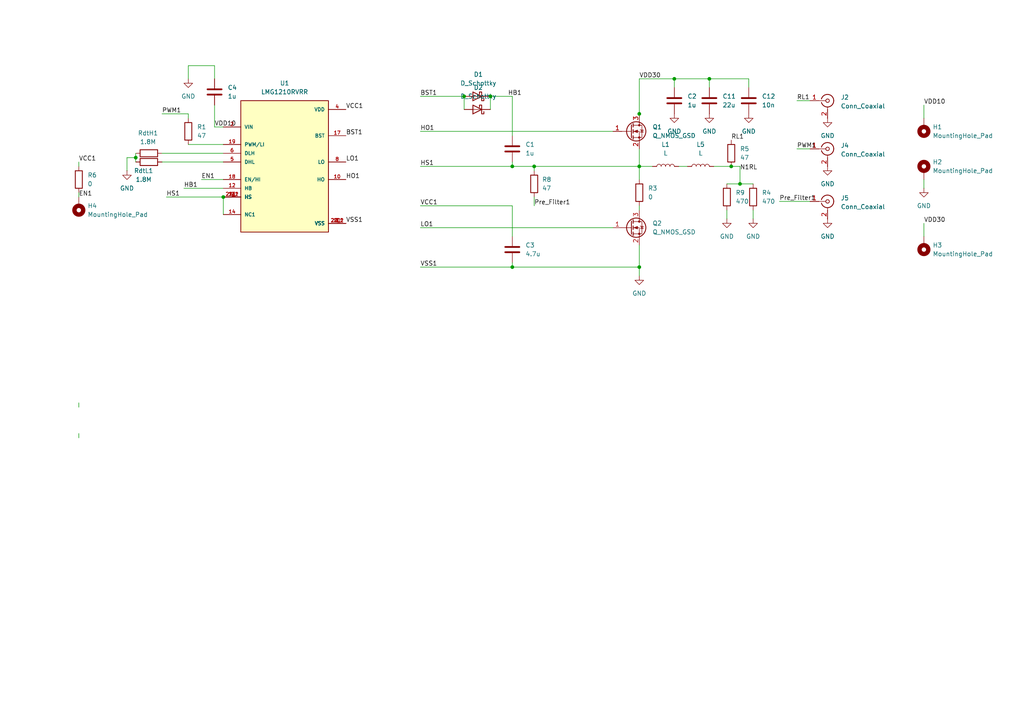
<source format=kicad_sch>
(kicad_sch (version 20231120) (generator "eeschema") (generator_version "8.0")
  (paper "A4")
  (lib_symbols
    (symbol "Connector:Conn_Coaxial" (pin_names (offset 1.016) hide)
      (property "Reference" "J" (at 0.254 3.048 0))
      (property "Value" "Conn_Coaxial" (at 2.921 0 90))
      (symbol "Conn_Coaxial_0_1"
        (arc (start -1.778 -0.508) (mid 0.2311 -1.8066) (end 1.778 0) (stroke (width 0.254)))
        (polyline (pts (xy -2.54 0) (xy -0.508 0)))
        (polyline (pts (xy 0 -2.54) (xy 0 -1.778)))
        (circle (center 0 0) (radius 0.508) (stroke (width 0.2032)))
        (arc (start 1.778 0) (mid 0.2099 1.8101) (end -1.778 0.508) (stroke (width 0.254)))
      )
      (symbol "Conn_Coaxial_1_1"
        (pin passive line (at -5.08 0 0) (length 2.54) (name "In") (number "1"))
        (pin passive line (at 0 -5.08 90) (length 2.54) (name "Ext") (number "2"))
      )
    )
    (symbol "D_Schottky_1" (pin_numbers hide) (pin_names (offset 1.016) hide)
      (property "Reference" "D1" (at -0.3175 -6.35 0))
      (property "Value" "D_Schottky" (at -0.3175 -3.81 0))
      (symbol "D_Schottky_1_0_1"
        (polyline (pts (xy 1.27 0) (xy -1.27 0)))
        (polyline (pts (xy 1.27 1.27) (xy 1.27 -1.27) (xy -1.27 0) (xy 1.27 1.27)) (stroke (width 0.254)))
        (polyline (pts (xy -1.905 0.635) (xy -1.905 1.27) (xy -1.27 1.27) (xy -1.27 -1.27) (xy -0.635 -1.27) (xy -0.635 -0.635)) (stroke (width 0.254)))
      )
      (symbol "D_Schottky_1_1_1"
        (pin passive line (at -3.81 0 0) (length 2.54) (name "K") (number "1"))
        (pin passive line (at 3.81 0 180) (length 2.54) (name "A") (number "3"))
      )
    )
    (symbol "Device:C" (pin_numbers hide) (pin_names (offset 0.254))
      (property "Reference" "C" (at 0.635 2.54 0))
      (property "Value" "C" (at 0.635 -2.54 0))
      (symbol "C_0_1"
        (polyline (pts (xy -2.032 -0.762) (xy 2.032 -0.762)) (stroke (width 0.508)))
        (polyline (pts (xy -2.032 0.762) (xy 2.032 0.762)) (stroke (width 0.508)))
      )
      (symbol "C_1_1"
        (pin passive line (at 0 3.81 270) (length 2.794) (name "~") (number "1"))
        (pin passive line (at 0 -3.81 90) (length 2.794) (name "~") (number "2"))
      )
    )
    (symbol "Device:L" (pin_numbers hide) (pin_names (offset 1.016) hide)
      (property "Reference" "L" (at -1.27 0 90))
      (property "Value" "L" (at 1.905 0 90))
      (symbol "L_0_1"
        (arc (start 0 -2.54) (mid 0.6323 -1.905) (end 0 -1.27))
        (arc (start 0 -1.27) (mid 0.6323 -0.635) (end 0 0))
        (arc (start 0 0) (mid 0.6323 0.635) (end 0 1.27))
        (arc (start 0 1.27) (mid 0.6323 1.905) (end 0 2.54))
      )
      (symbol "L_1_1"
        (pin passive line (at 0 3.81 270) (length 1.27) (name "1") (number "1"))
        (pin passive line (at 0 -3.81 90) (length 1.27) (name "2") (number "2"))
      )
    )
    (symbol "Device:Q_NMOS_GSD" (pin_names (offset 0) hide)
      (property "Reference" "Q" (at 5.08 1.27 0))
      (property "Value" "Q_NMOS_GSD" (at 5.08 -1.27 0))
      (symbol "Q_NMOS_GSD_0_1"
        (polyline (pts (xy 0.254 0) (xy -2.54 0)))
        (polyline (pts (xy 0.254 1.905) (xy 0.254 -1.905)) (stroke (width 0.254)))
        (polyline (pts (xy 0.762 -1.27) (xy 0.762 -2.286)) (stroke (width 0.254)))
        (polyline (pts (xy 0.762 0.508) (xy 0.762 -0.508)) (stroke (width 0.254)))
        (polyline (pts (xy 0.762 2.286) (xy 0.762 1.27)) (stroke (width 0.254)))
        (polyline (pts (xy 2.54 2.54) (xy 2.54 1.778)))
        (polyline (pts (xy 2.54 -2.54) (xy 2.54 0) (xy 0.762 0)))
        (polyline (pts (xy 0.762 -1.778) (xy 3.302 -1.778) (xy 3.302 1.778) (xy 0.762 1.778)))
        (polyline (pts (xy 1.016 0) (xy 2.032 0.381) (xy 2.032 -0.381) (xy 1.016 0)) (fill (type outline)))
        (polyline (pts (xy 2.794 0.508) (xy 2.921 0.381) (xy 3.683 0.381) (xy 3.81 0.254)))
        (polyline (pts (xy 3.302 0.381) (xy 2.921 -0.254) (xy 3.683 -0.254) (xy 3.302 0.381)))
        (circle (center 1.651 0) (radius 2.794) (stroke (width 0.254)))
        (circle (center 2.54 -1.778) (radius 0.254) (fill (type outline)))
        (circle (center 2.54 1.778) (radius 0.254) (fill (type outline)))
      )
      (symbol "Q_NMOS_GSD_1_1"
        (pin input line (at -5.08 0 0) (length 2.54) (name "G") (number "1"))
        (pin passive line (at 2.54 -5.08 90) (length 2.54) (name "S") (number "2"))
        (pin passive line (at 2.54 5.08 270) (length 2.54) (name "D") (number "3"))
      )
    )
    (symbol "Device:R" (pin_numbers hide) (pin_names (offset 0))
      (property "Reference" "R" (at 2.032 0 90))
      (property "Value" "R" (at 0 0 90))
      (symbol "R_0_1"
        (rectangle (start -1.016 -2.54) (end 1.016 2.54) (stroke (width 0.254)))
      )
      (symbol "R_1_1"
        (pin passive line (at 0 3.81 270) (length 1.27) (name "~") (number "1"))
        (pin passive line (at 0 -3.81 90) (length 1.27) (name "~") (number "2"))
      )
    )
    (symbol "LMG1210RVRR:LMG1210RVRR" (pin_names (offset 1.016))
      (property "Reference" "U" (at -12.7 21.082 0))
      (property "Value" "LMG1210RVRR" (at -12.7 -19.05 0))
      (symbol "LMG1210RVRR_0_0"
        (rectangle (start -12.7 -17.78) (end 12.7 20.32) (stroke (width 0.254)) (fill (type background)))
        (pin output line (at 17.78 -2.54 180) (length 5.08) (name "HO") (number "10"))
        (pin input line (at -17.78 -5.08 0) (length 5.08) (name "HB") (number "12"))
        (pin input line (at -17.78 -7.62 0) (length 5.08) (name "HS") (number "13"))
        (pin passive line (at -17.78 -12.7 0) (length 5.08) (name "NC1") (number "14"))
        (pin input line (at -17.78 -7.62 0) (length 5.08) (name "HS") (number "16"))
        (pin output line (at 17.78 10.16 180) (length 5.08) (name "BST") (number "17"))
        (pin input line (at -17.78 -2.54 0) (length 5.08) (name "EN/HI") (number "18"))
        (pin input line (at -17.78 7.62 0) (length 5.08) (name "PWM/LI") (number "19"))
        (pin input line (at -17.78 12.7 0) (length 5.08) (name "VIN") (number "2"))
        (pin power_in line (at 17.78 -15.24 180) (length 5.08) (name "VSS") (number "20"))
        (pin power_in line (at 17.78 -15.24 180) (length 5.08) (name "VSS") (number "20_1"))
        (pin power_in line (at 17.78 -15.24 180) (length 5.08) (name "VSS") (number "20_2"))
        (pin input line (at -17.78 -7.62 0) (length 5.08) (name "HS") (number "21"))
        (pin input line (at -17.78 -7.62 0) (length 5.08) (name "HS") (number "21_1"))
        (pin input line (at -17.78 -7.62 0) (length 5.08) (name "HS") (number "21_2"))
        (pin power_in line (at 17.78 -15.24 180) (length 5.08) (name "VSS") (number "3"))
        (pin power_in line (at 17.78 17.78 180) (length 5.08) (name "VDD") (number "4"))
        (pin input line (at -17.78 2.54 0) (length 5.08) (name "DHL") (number "5"))
        (pin input line (at -17.78 5.08 0) (length 5.08) (name "DLH") (number "6"))
        (pin power_in line (at 17.78 -15.24 180) (length 5.08) (name "VSS") (number "7"))
        (pin output line (at 17.78 2.54 180) (length 5.08) (name "LO") (number "8"))
        (pin input line (at -17.78 -7.62 0) (length 5.08) (name "HS") (number "9"))
      )
    )
    (symbol "Mechanical:MountingHole_Pad" (pin_numbers hide) (pin_names (offset 1.016) hide) (exclude_from_sim yes) (in_bom no)
      (property "Reference" "H" (at 0 6.35 0))
      (property "Value" "MountingHole_Pad" (at 0 4.445 0))
      (symbol "MountingHole_Pad_0_1"
        (circle (center 0 1.27) (radius 1.27) (stroke (width 1.27)))
      )
      (symbol "MountingHole_Pad_1_1"
        (pin input line (at 0 -2.54 90) (length 2.54) (name "1") (number "1"))
      )
    )
    (symbol "power:GND" (power) (pin_numbers hide) (pin_names (offset 0) hide)
      (property "Value" "GND" (at 0 -3.81 0))
      (symbol "GND_0_1"
        (polyline (pts (xy 0 0) (xy 0 -1.27) (xy 1.27 -1.27) (xy 0 -2.54) (xy -1.27 -1.27) (xy 0 -1.27)))
      )
      (symbol "GND_1_1"
        (pin power_in line (at 0 0 270) (length 0) (name "~") (number "1"))
      )
    )
  )
  (junction (at 64.77 57.15))
  (junction (at 148.59 48.26))
  (junction (at 185.42 33.02))
  (junction (at 148.59 77.47))
  (junction (at 154.94 48.26))
  (junction (at 142.24 27.94))
  (junction (at 214.63 53.34))
  (junction (at 212.09 48.26))
  (junction (at 134.62 27.94))
  (junction (at 185.42 77.47))
  (junction (at 185.42 48.26))
  (junction (at 195.58 22.86))
  (junction (at 205.74 22.86))
  (junction (at 39.37 45.72))
  (wire (pts (xy 212.09 48.26) (xy 214.63 48.26)))
  (wire (pts (xy 148.59 48.26) (xy 154.94 48.26)))
  (wire (pts (xy 154.94 48.26) (xy 185.42 48.26)))
  (wire (pts (xy 195.58 22.86) (xy 205.74 22.86)))
  (wire (pts (xy 185.42 43.18) (xy 185.42 48.26)))
  (wire (pts (xy 205.74 22.86) (xy 205.74 25.4)))
  (wire (pts (xy 154.94 57.15) (xy 154.94 59.69)))
  (wire (pts (xy 185.42 22.86) (xy 185.42 33.02)))
  (wire (pts (xy 134.62 27.94) (xy 134.62 31.75)))
  (wire (pts (xy 148.59 27.94) (xy 148.59 39.37)))
  (wire (pts (xy 148.59 68.58) (xy 148.59 59.69)))
  (wire (pts (xy 64.77 36.83) (xy 62.23 36.83)))
  (wire (pts (xy 205.74 22.86) (xy 217.17 22.86)))
  (wire (pts (xy 121.92 77.47) (xy 148.59 77.47)))
  (wire (pts (xy 210.82 60.96) (xy 210.82 63.5)))
  (wire (pts (xy 231.14 43.18) (xy 234.95 43.18)))
  (wire (pts (xy 218.44 60.96) (xy 218.44 63.5)))
  (wire (pts (xy 267.97 30.48) (xy 267.97 34.29)))
  (wire (pts (xy 185.42 77.47) (xy 185.42 80.01)))
  (wire (pts (xy 64.77 57.15) (xy 64.77 62.23)))
  (wire (pts (xy 22.86 116.84) (xy 22.86 118.11)))
  (wire (pts (xy 36.83 45.72) (xy 36.83 49.53)))
  (wire (pts (xy 185.42 33.02) (xy 185.42 34.29)))
  (wire (pts (xy 46.99 44.45) (xy 64.77 44.45)))
  (wire (pts (xy 22.86 46.99) (xy 22.86 48.26)))
  (wire (pts (xy 121.92 27.94) (xy 134.62 27.94)))
  (wire (pts (xy 267.97 64.77) (xy 267.97 68.58)))
  (wire (pts (xy 185.42 59.69) (xy 185.42 60.96)))
  (wire (pts (xy 39.37 45.72) (xy 39.37 46.99)))
  (wire (pts (xy 214.63 53.34) (xy 214.63 48.26)))
  (wire (pts (xy 196.85 48.26) (xy 199.39 48.26)))
  (wire (pts (xy 214.63 53.34) (xy 218.44 53.34)))
  (wire (pts (xy 48.26 57.15) (xy 64.77 57.15)))
  (wire (pts (xy 210.82 53.34) (xy 214.63 53.34)))
  (wire (pts (xy 148.59 48.26) (xy 148.59 46.99)))
  (wire (pts (xy 62.23 36.83) (xy 62.23 30.48)))
  (wire (pts (xy 185.42 48.26) (xy 185.42 52.07)))
  (wire (pts (xy 207.01 48.26) (xy 212.09 48.26)))
  (wire (pts (xy 54.61 41.91) (xy 64.77 41.91)))
  (wire (pts (xy 121.92 59.69) (xy 148.59 59.69)))
  (wire (pts (xy 58.42 52.07) (xy 64.77 52.07)))
  (wire (pts (xy 121.92 38.1) (xy 177.8 38.1)))
  (wire (pts (xy 39.37 44.45) (xy 39.37 45.72)))
  (wire (pts (xy 185.42 71.12) (xy 185.42 77.47)))
  (wire (pts (xy 46.99 33.02) (xy 54.61 33.02)))
  (wire (pts (xy 62.23 19.05) (xy 62.23 22.86)))
  (wire (pts (xy 185.42 22.86) (xy 195.58 22.86)))
  (wire (pts (xy 22.86 55.88) (xy 22.86 57.15)))
  (wire (pts (xy 217.17 22.86) (xy 217.17 25.4)))
  (wire (pts (xy 54.61 22.86) (xy 54.61 19.05)))
  (wire (pts (xy 267.97 52.07) (xy 267.97 54.61)))
  (wire (pts (xy 226.06 58.42) (xy 234.95 58.42)))
  (wire (pts (xy 39.37 45.72) (xy 36.83 45.72)))
  (wire (pts (xy 154.94 49.53) (xy 154.94 48.26)))
  (wire (pts (xy 22.86 125.73) (xy 22.86 127)))
  (wire (pts (xy 54.61 19.05) (xy 62.23 19.05)))
  (wire (pts (xy 53.34 54.61) (xy 64.77 54.61)))
  (wire (pts (xy 121.92 48.26) (xy 148.59 48.26)))
  (wire (pts (xy 231.14 29.21) (xy 234.95 29.21)))
  (wire (pts (xy 54.61 33.02) (xy 54.61 34.29)))
  (wire (pts (xy 142.24 27.94) (xy 142.24 31.75)))
  (wire (pts (xy 142.24 27.94) (xy 148.59 27.94)))
  (wire (pts (xy 185.42 48.26) (xy 189.23 48.26)))
  (wire (pts (xy 195.58 22.86) (xy 195.58 25.4)))
  (wire (pts (xy 148.59 76.2) (xy 148.59 77.47)))
  (wire (pts (xy 148.59 77.47) (xy 185.42 77.47)))
  (wire (pts (xy 121.92 66.04) (xy 177.8 66.04)))
  (wire (pts (xy 46.99 46.99) (xy 64.77 46.99)))
  (label "VCC1" (at 121.92 59.69 0))
  (label "VDD30" (at 267.97 64.77 0))
  (label "HO1" (at 121.92 38.1 0))
  (label "HB1" (at 147.32 27.94 0))
  (label "VSS1" (at 121.92 77.47 0))
  (label "VDD10" (at 267.97 30.48 0))
  (label "HB1" (at 53.34 54.61 0))
  (label "PWM1" (at 46.99 33.02 0))
  (label "N1RL" (at 214.63 49.53 0))
  (label "RL1" (at 212.09 40.64 0))
  (label "BST1" (at 100.33 39.37 0))
  (label "Pre_Filter1" (at 154.94 59.69 0))
  (label "VDD10" (at 62.23 36.83 0))
  (label "HS1" (at 48.26 57.15 0))
  (label "EN1" (at 22.86 57.15 0))
  (label "BST1" (at 121.92 27.94 0))
  (label "VDD30" (at 185.42 22.86 0))
  (label "RL1" (at 231.14 29.21 0))
  (label "Pre_Filter1" (at 226.06 58.42 0))
  (label "LO1" (at 100.33 46.99 0))
  (label "VCC1" (at 22.86 46.99 0))
  (label "LO1" (at 121.92 66.04 0))
  (label "PWM1" (at 231.14 43.18 0))
  (label "VCC1" (at 100.33 31.75 0))
  (label "EN1" (at 58.42 52.07 0))
  (label "VSS1" (at 100.33 64.77 0))
  (label "HO1" (at 100.33 52.07 0))
  (label "HS1" (at 121.92 48.26 0))
  (symbol (lib_id "power:GND") (at 185.42 80.01 0) (unit 1)
    (property "Reference" "#PWR01" (effects (hide yes)))
    (property "Value" "GND" (at 185.42 85.09 0))
    (property "Description" "Power symbol creates a global label with name \"GND\" , ground" (effects (hide yes)))
  )
  (symbol (lib_id "Connector:Conn_Coaxial") (at 240.03 29.21 0) (unit 1)
    (property "Reference" "J2" (at 243.84 28.2331 0) (effects (justify left)))
    (property "Value" "Conn_Coaxial" (at 243.84 30.7731 0) (effects (justify left)))
    (property "Footprint" "Connector_Coaxial:U.FL_Molex_MCRF_73412-0110_Vertical" (effects (hide yes)))
    (property "Description" "coaxial connector (BNC, SMA, SMB, SMC, Cinch/RCA, LEMO, ...)" (effects (hide yes)))
  )
  (symbol (lib_id "Mechanical:MountingHole_Pad") (at 267.97 49.53 0) (unit 1) (exclude_from_sim yes) (in_bom no)
    (property "Reference" "H2" (at 270.51 46.9899 0) (effects (justify left)))
    (property "Value" "MountingHole_Pad" (at 270.51 49.5299 0) (effects (justify left)))
    (property "Footprint" "MountingHole:MountingHole_4.3mm_M4_ISO14580_Pad_TopBottom" (effects (hide yes)))
    (property "Description" "Mounting Hole with connection" (effects (hide yes)))
  )
  (symbol (lib_id "Device:R") (at 22.86 52.07 180) (unit 1)
    (property "Reference" "R6" (at 25.4 50.7999 0) (effects (justify right)))
    (property "Value" "0" (at 25.4 53.3399 0) (effects (justify right)))
    (property "Footprint" "Resistor_SMD:R_0805_2012Metric" (effects (hide yes)))
    (property "Description" "Resistor" (effects (hide yes)))
  )
  (symbol (lib_id "Device:L") (at 193.04 48.26 90) (unit 1)
    (property "Reference" "L1" (at 193.04 41.91 90))
    (property "Value" "L" (at 193.04 44.45 90))
    (property "Footprint" "Inductor_SMD:L_Vishay_IHLP-1212" (effects (hide yes)))
    (property "Description" "Inductor" (effects (hide yes)))
  )
  (symbol (lib_id "Device:C") (at 148.59 43.18 0) (unit 1)
    (property "Reference" "C1" (at 152.4 41.9099 0) (effects (justify left)))
    (property "Value" "1u" (at 152.4 44.4499 0) (effects (justify left)))
    (property "Footprint" "Capacitor_SMD:C_0805_2012Metric" (effects (hide yes)))
    (property "Description" "Unpolarized capacitor" (effects (hide yes)))
  )
  (symbol (lib_id "Device:R") (at 210.82 57.15 180) (unit 1)
    (property "Reference" "R9" (at 213.36 55.8799 0) (effects (justify right)))
    (property "Value" "470" (at 213.36 58.4199 0) (effects (justify right)))
    (property "Footprint" "MyResistors:RWS5" (effects (hide yes)))
    (property "Description" "Resistor" (effects (hide yes)))
  )
  (symbol (lib_id "Device:R") (at 43.18 44.45 90) (unit 1)
    (property "Reference" "RdtH1" (at 42.926 38.608 90))
    (property "Value" "1.8M" (at 42.926 41.148 90))
    (property "Footprint" "Resistor_SMD:R_0805_2012Metric" (effects (hide yes)))
    (property "Description" "Resistor" (effects (hide yes)))
  )
  (symbol (lib_id "power:GND") (at 54.61 22.86 0) (unit 1)
    (property "Reference" "#PWR04" (effects (hide yes)))
    (property "Value" "GND" (at 54.61 27.94 0))
    (property "Description" "Power symbol creates a global label with name \"GND\" , ground" (effects (hide yes)))
  )
  (symbol (lib_id "power:GND") (at 240.03 63.5 0) (unit 1)
    (property "Reference" "#PWR010" (effects (hide yes)))
    (property "Value" "GND" (at 240.03 68.58 0))
    (property "Description" "Power symbol creates a global label with name \"GND\" , ground" (effects (hide yes)))
  )
  (symbol (lib_id "Connector:Conn_Coaxial") (at 240.03 43.18 0) (unit 1)
    (property "Reference" "J4" (at 243.84 42.2031 0) (effects (justify left)))
    (property "Value" "Conn_Coaxial" (at 243.84 44.7431 0) (effects (justify left)))
    (property "Footprint" "Connector_Coaxial:U.FL_Molex_MCRF_73412-0110_Vertical" (effects (hide yes)))
    (property "Description" "coaxial connector (BNC, SMA, SMB, SMC, Cinch/RCA, LEMO, ...)" (effects (hide yes)))
  )
  (symbol (lib_id "power:GND") (at 210.82 63.5 0) (unit 1)
    (property "Reference" "#PWR07" (effects (hide yes)))
    (property "Value" "GND" (at 210.82 68.58 0))
    (property "Description" "Power symbol creates a global label with name \"GND\" , ground" (effects (hide yes)))
  )
  (symbol (lib_id "power:GND") (at 36.83 49.53 0) (unit 1)
    (property "Reference" "#PWR02" (effects (hide yes)))
    (property "Value" "GND" (at 36.83 54.61 0))
    (property "Description" "Power symbol creates a global label with name \"GND\" , ground" (effects (hide yes)))
  )
  (symbol (lib_id "power:GND") (at 240.03 48.26 0) (unit 1)
    (property "Reference" "#PWR05" (effects (hide yes)))
    (property "Value" "GND" (at 240.03 53.34 0))
    (property "Description" "Power symbol creates a global label with name \"GND\" , ground" (effects (hide yes)))
  )
  (symbol (lib_name "D_Schottky_1") (lib_id "Device:D_Schottky") (at 138.43 31.75 180) (unit 1)
    (property "Reference" "D2" (at 138.7475 25.4 0))
    (property "Value" "D_Schottky" (at 138.7475 27.94 0))
    (property "Footprint" "Package_TO_SOT_SMD:SOT-323_SC-70" (effects (hide yes)))
    (property "Description" "Schottky diode" (effects (hide yes)))
  )
  (symbol (lib_id "Mechanical:MountingHole_Pad") (at 267.97 36.83 180) (unit 1) (exclude_from_sim yes) (in_bom no)
    (property "Reference" "H1" (at 270.51 36.8299 0) (effects (justify right)))
    (property "Value" "MountingHole_Pad" (at 270.51 39.3699 0) (effects (justify right)))
    (property "Footprint" "MountingHole:MountingHole_4.3mm_M4_ISO14580_Pad_TopBottom" (effects (hide yes)))
    (property "Description" "Mounting Hole with connection" (effects (hide yes)))
  )
  (symbol (lib_id "Device:R") (at 154.94 53.34 180) (unit 1)
    (property "Reference" "R8" (at 157.226 52.07 0) (effects (justify right)))
    (property "Value" "47" (at 157.226 54.61 0) (effects (justify right)))
    (property "Footprint" "Resistor_SMD:R_0805_2012Metric" (effects (hide yes)))
    (property "Description" "Resistor" (effects (hide yes)))
  )
  (symbol (lib_id "Device:R") (at 212.09 44.45 180) (unit 1)
    (property "Reference" "R5" (at 214.63 43.1799 0) (effects (justify right)))
    (property "Value" "47" (at 214.63 45.7199 0) (effects (justify right)))
    (property "Footprint" "Resistor_SMD:R_0805_2012Metric" (effects (hide yes)))
    (property "Description" "Resistor" (effects (hide yes)))
  )
  (symbol (lib_id "power:GND") (at 217.17 33.02 0) (unit 1)
    (property "Reference" "#PWR014" (effects (hide yes)))
    (property "Value" "GND" (at 217.17 38.1 0))
    (property "Description" "Power symbol creates a global label with name \"GND\" , ground" (effects (hide yes)))
  )
  (symbol (lib_id "Device:C") (at 217.17 29.21 0) (unit 1)
    (property "Reference" "C12" (at 220.98 27.9399 0) (effects (justify left)))
    (property "Value" "10n" (at 220.98 30.4799 0) (effects (justify left)))
    (property "Footprint" "Capacitor_SMD:C_0805_2012Metric" (effects (hide yes)))
    (property "Description" "Unpolarized capacitor" (effects (hide yes)))
  )
  (symbol (lib_id "power:GND") (at 195.58 33.02 0) (unit 1)
    (property "Reference" "#PWR012" (effects (hide yes)))
    (property "Value" "GND" (at 195.58 38.1 0))
    (property "Description" "Power symbol creates a global label with name \"GND\" , ground" (effects (hide yes)))
  )
  (symbol (lib_id "Device:R") (at 54.61 38.1 180) (unit 1)
    (property "Reference" "R1" (at 57.15 36.8299 0) (effects (justify right)))
    (property "Value" "47" (at 57.15 39.3699 0) (effects (justify right)))
    (property "Footprint" "Resistor_SMD:R_0805_2012Metric" (effects (hide yes)))
    (property "Description" "Resistor" (effects (hide yes)))
  )
  (symbol (lib_id "Connector:Conn_Coaxial") (at 240.03 58.42 0) (unit 1)
    (property "Reference" "J5" (at 243.84 57.4431 0) (effects (justify left)))
    (property "Value" "Conn_Coaxial" (at 243.84 59.9831 0) (effects (justify left)))
    (property "Footprint" "Connector_Coaxial:U.FL_Molex_MCRF_73412-0110_Vertical" (effects (hide yes)))
    (property "Description" "coaxial connector (BNC, SMA, SMB, SMC, Cinch/RCA, LEMO, ...)" (effects (hide yes)))
  )
  (symbol (lib_id "Device:Q_NMOS_GSD") (at 182.88 38.1 0) (unit 1)
    (property "Reference" "Q1" (at 189.23 36.8299 0) (effects (justify left)))
    (property "Value" "Q_NMOS_GSD" (at 189.23 39.3699 0) (effects (justify left)))
    (property "Footprint" "Package_TO_SOT_THT:TO-220-3_Vertical" (effects (hide yes)))
    (property "Description" "N-MOSFET transistor, gate/source/drain" (effects (hide yes)))
  )
  (symbol (lib_id "Device:C") (at 195.58 29.21 0) (unit 1)
    (property "Reference" "C2" (at 199.39 27.9399 0) (effects (justify left)))
    (property "Value" "1u" (at 199.39 30.4799 0) (effects (justify left)))
    (property "Footprint" "Capacitor_SMD:C_0805_2012Metric" (effects (hide yes)))
    (property "Description" "Unpolarized capacitor" (effects (hide yes)))
  )
  (symbol (lib_id "Mechanical:MountingHole_Pad") (at 267.97 71.12 180) (unit 1) (exclude_from_sim yes) (in_bom no)
    (property "Reference" "H3" (at 270.51 71.1199 0) (effects (justify right)))
    (property "Value" "MountingHole_Pad" (at 270.51 73.6599 0) (effects (justify right)))
    (property "Footprint" "MountingHole:MountingHole_4.3mm_M4_ISO14580_Pad_TopBottom" (effects (hide yes)))
    (property "Description" "Mounting Hole with connection" (effects (hide yes)))
  )
  (symbol (lib_name "D_Schottky_1") (lib_id "Device:D_Schottky") (at 138.43 27.94 180) (unit 1)
    (property "Reference" "D1" (at 138.7475 21.59 0))
    (property "Value" "D_Schottky" (at 138.7475 24.13 0))
    (property "Footprint" "Package_TO_SOT_SMD:SOT-323_SC-70" (effects (hide yes)))
    (property "Description" "Schottky diode" (effects (hide yes)))
  )
  (symbol (lib_id "power:GND") (at 218.44 63.5 0) (unit 1)
    (property "Reference" "#PWR08" (effects (hide yes)))
    (property "Value" "GND" (at 218.44 68.58 0))
    (property "Description" "Power symbol creates a global label with name \"GND\" , ground" (effects (hide yes)))
  )
  (symbol (lib_id "power:GND") (at 267.97 54.61 0) (unit 1)
    (property "Reference" "#PWR06" (effects (hide yes)))
    (property "Value" "GND" (at 267.97 59.69 0))
    (property "Description" "Power symbol creates a global label with name \"GND\" , ground" (effects (hide yes)))
  )
  (symbol (lib_id "Mechanical:MountingHole_Pad") (at 22.86 59.69 180) (unit 1) (exclude_from_sim yes) (in_bom no)
    (property "Reference" "H4" (at 25.4 59.6899 0) (effects (justify right)))
    (property "Value" "MountingHole_Pad" (at 25.4 62.2299 0) (effects (justify right)))
    (property "Footprint" "MountingHole:MountingHole_4.3mm_M4_ISO14580_Pad_TopBottom" (effects (hide yes)))
    (property "Description" "Mounting Hole with connection" (effects (hide yes)))
  )
  (symbol (lib_id "Device:R") (at 43.18 46.99 90) (unit 1)
    (property "Reference" "RdtL1" (at 41.656 49.53 90))
    (property "Value" "1.8M" (at 41.656 52.07 90))
    (property "Footprint" "Resistor_SMD:R_0805_2012Metric" (effects (hide yes)))
    (property "Description" "Resistor" (effects (hide yes)))
  )
  (symbol (lib_id "Device:Q_NMOS_GSD") (at 182.88 66.04 0) (unit 1)
    (property "Reference" "Q2" (at 189.23 64.7699 0) (effects (justify left)))
    (property "Value" "Q_NMOS_GSD" (at 189.23 67.3099 0) (effects (justify left)))
    (property "Footprint" "Package_TO_SOT_THT:TO-220-3_Vertical" (effects (hide yes)))
    (property "Description" "N-MOSFET transistor, gate/source/drain" (effects (hide yes)))
  )
  (symbol (lib_id "LMG1210RVRR:LMG1210RVRR") (at 82.55 49.53 0) (unit 1)
    (property "Reference" "U1" (at 82.55 24.13 0))
    (property "Value" "LMG1210RVRR" (at 82.55 26.67 0))
    (property "Footprint" "Drivers:IC_LMG1210RVRR" (effects (hide yes)))
    (property "MF" "Texas Instruments" (effects (hide yes)))
    (property "MAXIMUM_PACKAGE_HEIGHT" "0.8mm" (effects (hide yes)))
    (property "Package" "WQFN-19 Texas Instruments" (effects (hide yes)))
    (property "Price" "None" (effects (hide yes)))
    (property "Check_prices" "https://www.snapeda.com/parts/LMG1210RVRR/Texas+Instruments/view-part/?ref=eda" (effects (hide yes)))
    (property "STANDARD" "Manufacturer Recommendations" (effects (hide yes)))
    (property "PARTREV" "D" (effects (hide yes)))
    (property "SnapEDA_Link" "https://www.snapeda.com/parts/LMG1210RVRR/Texas+Instruments/view-part/?ref=snap" (effects (hide yes)))
    (property "MP" "LMG1210RVRR" (effects (hide yes)))
    (property "Purchase-URL" "https://www.snapeda.com/api/url_track_click_mouser/?unipart_id=2893599&manufacturer=Texas Instruments&part_name=LMG1210RVRR&search_term=lmg1210" (effects (hide yes)))
    (property "Description_1" "\n1.5-A, 3-A, 200-V half bridge gate driver, 5-V UVLO and programmable dead-time for GaNFET and MOSFET\n" (effects (hide yes)))
    (property "Availability" "In Stock" (effects (hide yes)))
    (property "MANUFACTURER" "Texas Instruments" (effects (hide yes)))
  )
  (symbol (lib_id "Device:R") (at 185.42 55.88 180) (unit 1)
    (property "Reference" "R3" (at 187.96 54.6099 0) (effects (justify right)))
    (property "Value" "0" (at 187.96 57.1499 0) (effects (justify right)))
    (property "Footprint" "Resistor_SMD:R_0805_2012Metric" (effects (hide yes)))
    (property "Description" "Resistor" (effects (hide yes)))
  )
  (symbol (lib_id "Device:L") (at 203.2 48.26 90) (unit 1)
    (property "Reference" "L5" (at 203.2 41.91 90))
    (property "Value" "L" (at 203.2 44.45 90))
    (property "Footprint" "Inductor_SMD:L_Vishay_IHLP-1212" (effects (hide yes)))
    (property "Description" "Inductor" (effects (hide yes)))
  )
  (symbol (lib_id "Device:C") (at 205.74 29.21 0) (unit 1)
    (property "Reference" "C11" (at 209.55 27.9399 0) (effects (justify left)))
    (property "Value" "22u" (at 209.55 30.4799 0) (effects (justify left)))
    (property "Footprint" "Capacitor_SMD:C_2220_5750Metric" (effects (hide yes)))
    (property "Description" "Unpolarized capacitor" (effects (hide yes)))
  )
  (symbol (lib_id "Device:R") (at 218.44 57.15 180) (unit 1)
    (property "Reference" "R4" (at 220.98 55.8799 0) (effects (justify right)))
    (property "Value" "470" (at 220.98 58.4199 0) (effects (justify right)))
    (property "Footprint" "MyResistors:RWS5" (effects (hide yes)))
    (property "Description" "Resistor" (effects (hide yes)))
  )
  (symbol (lib_id "power:GND") (at 240.03 34.29 0) (unit 1)
    (property "Reference" "#PWR09" (effects (hide yes)))
    (property "Value" "GND" (at 240.03 39.37 0))
    (property "Description" "Power symbol creates a global label with name \"GND\" , ground" (effects (hide yes)))
  )
  (symbol (lib_id "power:GND") (at 205.74 33.02 0) (unit 1)
    (property "Reference" "#PWR013" (effects (hide yes)))
    (property "Value" "GND" (at 205.74 38.1 0))
    (property "Description" "Power symbol creates a global label with name \"GND\" , ground" (effects (hide yes)))
  )
  (symbol (lib_id "Device:C") (at 148.59 72.39 0) (unit 1)
    (property "Reference" "C3" (at 152.4 71.1199 0) (effects (justify left)))
    (property "Value" "4.7u" (at 152.4 73.6599 0) (effects (justify left)))
    (property "Footprint" "Capacitor_SMD:C_1206_3216Metric" (effects (hide yes)))
    (property "Description" "Unpolarized capacitor" (effects (hide yes)))
  )
  (symbol (lib_id "Device:C") (at 62.23 26.67 0) (unit 1)
    (property "Reference" "C4" (at 66.04 25.3999 0) (effects (justify left)))
    (property "Value" "1u" (at 66.04 27.9399 0) (effects (justify left)))
    (property "Footprint" "Capacitor_SMD:C_0805_2012Metric" (effects (hide yes)))
    (property "Description" "Unpolarized capacitor" (effects (hide yes)))
  )
)
</source>
